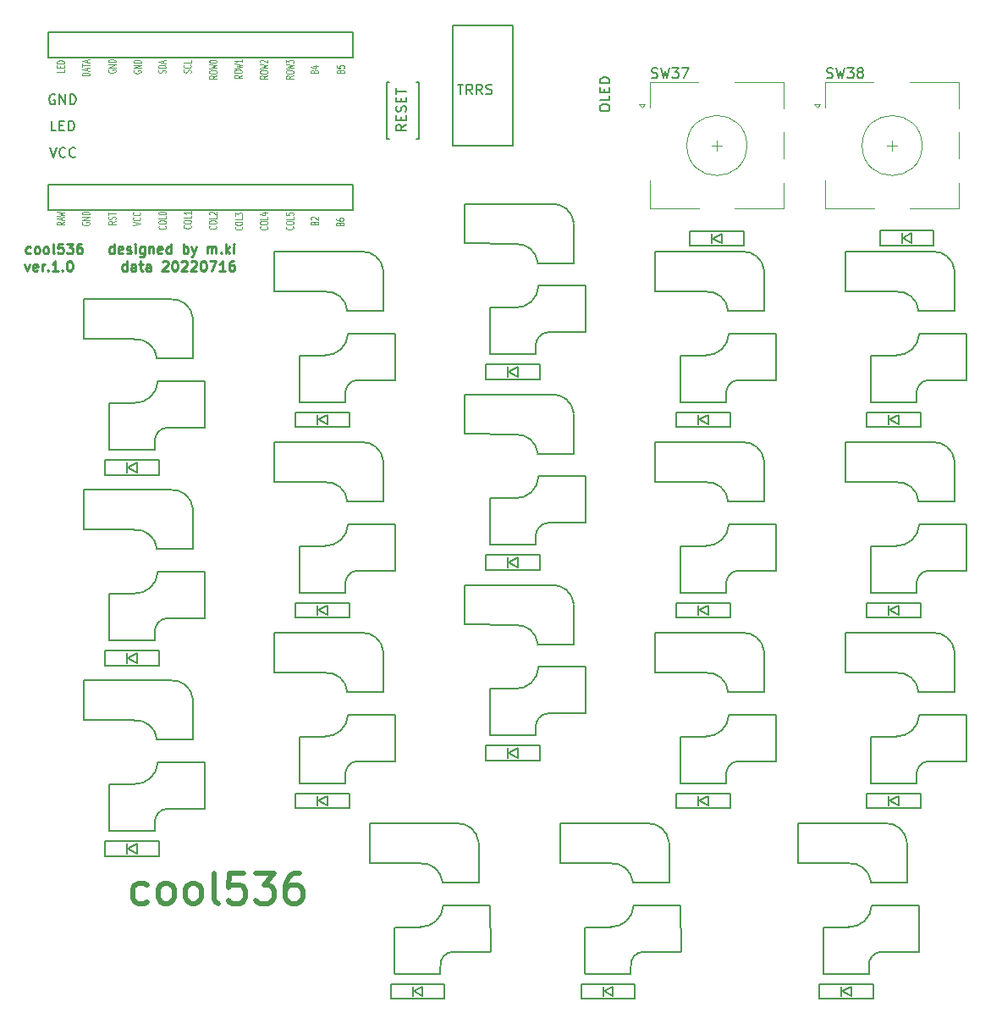
<source format=gto>
G04 #@! TF.GenerationSoftware,KiCad,Pcbnew,(5.1.6-0-10_14)*
G04 #@! TF.CreationDate,2022-07-16T23:36:19+09:00*
G04 #@! TF.ProjectId,cool536,636f6f6c-3533-4362-9e6b-696361645f70,rev?*
G04 #@! TF.SameCoordinates,Original*
G04 #@! TF.FileFunction,Legend,Top*
G04 #@! TF.FilePolarity,Positive*
%FSLAX46Y46*%
G04 Gerber Fmt 4.6, Leading zero omitted, Abs format (unit mm)*
G04 Created by KiCad (PCBNEW (5.1.6-0-10_14)) date 2022-07-16 23:36:19*
%MOMM*%
%LPD*%
G01*
G04 APERTURE LIST*
%ADD10C,0.250000*%
%ADD11C,0.500000*%
%ADD12C,0.120000*%
%ADD13C,0.150000*%
%ADD14C,0.125000*%
G04 APERTURE END LIST*
D10*
X-10152380Y1890238D02*
X-10247619Y1842619D01*
X-10438095Y1842619D01*
X-10533333Y1890238D01*
X-10580952Y1937857D01*
X-10628571Y2033095D01*
X-10628571Y2318809D01*
X-10580952Y2414047D01*
X-10533333Y2461666D01*
X-10438095Y2509285D01*
X-10247619Y2509285D01*
X-10152380Y2461666D01*
X-9580952Y1842619D02*
X-9676190Y1890238D01*
X-9723809Y1937857D01*
X-9771428Y2033095D01*
X-9771428Y2318809D01*
X-9723809Y2414047D01*
X-9676190Y2461666D01*
X-9580952Y2509285D01*
X-9438095Y2509285D01*
X-9342857Y2461666D01*
X-9295238Y2414047D01*
X-9247619Y2318809D01*
X-9247619Y2033095D01*
X-9295238Y1937857D01*
X-9342857Y1890238D01*
X-9438095Y1842619D01*
X-9580952Y1842619D01*
X-8676190Y1842619D02*
X-8771428Y1890238D01*
X-8819047Y1937857D01*
X-8866666Y2033095D01*
X-8866666Y2318809D01*
X-8819047Y2414047D01*
X-8771428Y2461666D01*
X-8676190Y2509285D01*
X-8533333Y2509285D01*
X-8438095Y2461666D01*
X-8390476Y2414047D01*
X-8342857Y2318809D01*
X-8342857Y2033095D01*
X-8390476Y1937857D01*
X-8438095Y1890238D01*
X-8533333Y1842619D01*
X-8676190Y1842619D01*
X-7771428Y1842619D02*
X-7866666Y1890238D01*
X-7914285Y1985476D01*
X-7914285Y2842619D01*
X-6914285Y2842619D02*
X-7390476Y2842619D01*
X-7438095Y2366428D01*
X-7390476Y2414047D01*
X-7295238Y2461666D01*
X-7057142Y2461666D01*
X-6961904Y2414047D01*
X-6914285Y2366428D01*
X-6866666Y2271190D01*
X-6866666Y2033095D01*
X-6914285Y1937857D01*
X-6961904Y1890238D01*
X-7057142Y1842619D01*
X-7295238Y1842619D01*
X-7390476Y1890238D01*
X-7438095Y1937857D01*
X-6533333Y2842619D02*
X-5914285Y2842619D01*
X-6247619Y2461666D01*
X-6104761Y2461666D01*
X-6009523Y2414047D01*
X-5961904Y2366428D01*
X-5914285Y2271190D01*
X-5914285Y2033095D01*
X-5961904Y1937857D01*
X-6009523Y1890238D01*
X-6104761Y1842619D01*
X-6390476Y1842619D01*
X-6485714Y1890238D01*
X-6533333Y1937857D01*
X-5057142Y2842619D02*
X-5247619Y2842619D01*
X-5342857Y2795000D01*
X-5390476Y2747380D01*
X-5485714Y2604523D01*
X-5533333Y2414047D01*
X-5533333Y2033095D01*
X-5485714Y1937857D01*
X-5438095Y1890238D01*
X-5342857Y1842619D01*
X-5152380Y1842619D01*
X-5057142Y1890238D01*
X-5009523Y1937857D01*
X-4961904Y2033095D01*
X-4961904Y2271190D01*
X-5009523Y2366428D01*
X-5057142Y2414047D01*
X-5152380Y2461666D01*
X-5342857Y2461666D01*
X-5438095Y2414047D01*
X-5485714Y2366428D01*
X-5533333Y2271190D01*
X-1819047Y1842619D02*
X-1819047Y2842619D01*
X-1819047Y1890238D02*
X-1914285Y1842619D01*
X-2104761Y1842619D01*
X-2200000Y1890238D01*
X-2247619Y1937857D01*
X-2295238Y2033095D01*
X-2295238Y2318809D01*
X-2247619Y2414047D01*
X-2200000Y2461666D01*
X-2104761Y2509285D01*
X-1914285Y2509285D01*
X-1819047Y2461666D01*
X-961904Y1890238D02*
X-1057142Y1842619D01*
X-1247619Y1842619D01*
X-1342857Y1890238D01*
X-1390476Y1985476D01*
X-1390476Y2366428D01*
X-1342857Y2461666D01*
X-1247619Y2509285D01*
X-1057142Y2509285D01*
X-961904Y2461666D01*
X-914285Y2366428D01*
X-914285Y2271190D01*
X-1390476Y2175952D01*
X-533333Y1890238D02*
X-438095Y1842619D01*
X-247619Y1842619D01*
X-152380Y1890238D01*
X-104761Y1985476D01*
X-104761Y2033095D01*
X-152380Y2128333D01*
X-247619Y2175952D01*
X-390476Y2175952D01*
X-485714Y2223571D01*
X-533333Y2318809D01*
X-533333Y2366428D01*
X-485714Y2461666D01*
X-390476Y2509285D01*
X-247619Y2509285D01*
X-152380Y2461666D01*
X323809Y1842619D02*
X323809Y2509285D01*
X323809Y2842619D02*
X276190Y2795000D01*
X323809Y2747380D01*
X371428Y2795000D01*
X323809Y2842619D01*
X323809Y2747380D01*
X1228571Y2509285D02*
X1228571Y1699761D01*
X1180952Y1604523D01*
X1133333Y1556904D01*
X1038095Y1509285D01*
X895238Y1509285D01*
X799999Y1556904D01*
X1228571Y1890238D02*
X1133333Y1842619D01*
X942857Y1842619D01*
X847619Y1890238D01*
X799999Y1937857D01*
X752380Y2033095D01*
X752380Y2318809D01*
X799999Y2414047D01*
X847619Y2461666D01*
X942857Y2509285D01*
X1133333Y2509285D01*
X1228571Y2461666D01*
X1704761Y2509285D02*
X1704761Y1842619D01*
X1704761Y2414047D02*
X1752380Y2461666D01*
X1847619Y2509285D01*
X1990476Y2509285D01*
X2085714Y2461666D01*
X2133333Y2366428D01*
X2133333Y1842619D01*
X2990476Y1890238D02*
X2895238Y1842619D01*
X2704761Y1842619D01*
X2609523Y1890238D01*
X2561904Y1985476D01*
X2561904Y2366428D01*
X2609523Y2461666D01*
X2704761Y2509285D01*
X2895238Y2509285D01*
X2990476Y2461666D01*
X3038095Y2366428D01*
X3038095Y2271190D01*
X2561904Y2175952D01*
X3895238Y1842619D02*
X3895238Y2842619D01*
X3895238Y1890238D02*
X3799999Y1842619D01*
X3609523Y1842619D01*
X3514285Y1890238D01*
X3466666Y1937857D01*
X3419047Y2033095D01*
X3419047Y2318809D01*
X3466666Y2414047D01*
X3514285Y2461666D01*
X3609523Y2509285D01*
X3799999Y2509285D01*
X3895238Y2461666D01*
X5133333Y1842619D02*
X5133333Y2842619D01*
X5133333Y2461666D02*
X5228571Y2509285D01*
X5419047Y2509285D01*
X5514285Y2461666D01*
X5561904Y2414047D01*
X5609523Y2318809D01*
X5609523Y2033095D01*
X5561904Y1937857D01*
X5514285Y1890238D01*
X5419047Y1842619D01*
X5228571Y1842619D01*
X5133333Y1890238D01*
X5942857Y2509285D02*
X6180952Y1842619D01*
X6419047Y2509285D02*
X6180952Y1842619D01*
X6085714Y1604523D01*
X6038095Y1556904D01*
X5942857Y1509285D01*
X7561904Y1842619D02*
X7561904Y2509285D01*
X7561904Y2414047D02*
X7609523Y2461666D01*
X7704761Y2509285D01*
X7847619Y2509285D01*
X7942857Y2461666D01*
X7990476Y2366428D01*
X7990476Y1842619D01*
X7990476Y2366428D02*
X8038095Y2461666D01*
X8133333Y2509285D01*
X8276190Y2509285D01*
X8371428Y2461666D01*
X8419047Y2366428D01*
X8419047Y1842619D01*
X8895238Y1937857D02*
X8942857Y1890238D01*
X8895238Y1842619D01*
X8847619Y1890238D01*
X8895238Y1937857D01*
X8895238Y1842619D01*
X9371428Y1842619D02*
X9371428Y2842619D01*
X9466666Y2223571D02*
X9752380Y1842619D01*
X9752380Y2509285D02*
X9371428Y2128333D01*
X10180952Y1842619D02*
X10180952Y2509285D01*
X10180952Y2842619D02*
X10133333Y2795000D01*
X10180952Y2747380D01*
X10228571Y2795000D01*
X10180952Y2842619D01*
X10180952Y2747380D01*
X-10723809Y759285D02*
X-10485714Y92619D01*
X-10247619Y759285D01*
X-9485714Y140238D02*
X-9580952Y92619D01*
X-9771428Y92619D01*
X-9866666Y140238D01*
X-9914285Y235476D01*
X-9914285Y616428D01*
X-9866666Y711666D01*
X-9771428Y759285D01*
X-9580952Y759285D01*
X-9485714Y711666D01*
X-9438095Y616428D01*
X-9438095Y521190D01*
X-9914285Y425952D01*
X-9009523Y92619D02*
X-9009523Y759285D01*
X-9009523Y568809D02*
X-8961904Y664047D01*
X-8914285Y711666D01*
X-8819047Y759285D01*
X-8723809Y759285D01*
X-8390476Y187857D02*
X-8342857Y140238D01*
X-8390476Y92619D01*
X-8438095Y140238D01*
X-8390476Y187857D01*
X-8390476Y92619D01*
X-7390476Y92619D02*
X-7961904Y92619D01*
X-7676190Y92619D02*
X-7676190Y1092619D01*
X-7771428Y949761D01*
X-7866666Y854523D01*
X-7961904Y806904D01*
X-6961904Y187857D02*
X-6914285Y140238D01*
X-6961904Y92619D01*
X-7009523Y140238D01*
X-6961904Y187857D01*
X-6961904Y92619D01*
X-6295238Y1092619D02*
X-6200000Y1092619D01*
X-6104761Y1045000D01*
X-6057142Y997380D01*
X-6009523Y902142D01*
X-5961904Y711666D01*
X-5961904Y473571D01*
X-6009523Y283095D01*
X-6057142Y187857D01*
X-6104761Y140238D01*
X-6200000Y92619D01*
X-6295238Y92619D01*
X-6390476Y140238D01*
X-6438095Y187857D01*
X-6485714Y283095D01*
X-6533333Y473571D01*
X-6533333Y711666D01*
X-6485714Y902142D01*
X-6438095Y997380D01*
X-6390476Y1045000D01*
X-6295238Y1092619D01*
X-533333Y92619D02*
X-533333Y1092619D01*
X-533333Y140238D02*
X-628571Y92619D01*
X-819047Y92619D01*
X-914285Y140238D01*
X-961904Y187857D01*
X-1009523Y283095D01*
X-1009523Y568809D01*
X-961904Y664047D01*
X-914285Y711666D01*
X-819047Y759285D01*
X-628571Y759285D01*
X-533333Y711666D01*
X371428Y92619D02*
X371428Y616428D01*
X323809Y711666D01*
X228571Y759285D01*
X38095Y759285D01*
X-57142Y711666D01*
X371428Y140238D02*
X276190Y92619D01*
X38095Y92619D01*
X-57142Y140238D01*
X-104761Y235476D01*
X-104761Y330714D01*
X-57142Y425952D01*
X38095Y473571D01*
X276190Y473571D01*
X371428Y521190D01*
X704761Y759285D02*
X1085714Y759285D01*
X847619Y1092619D02*
X847619Y235476D01*
X895238Y140238D01*
X990476Y92619D01*
X1085714Y92619D01*
X1847619Y92619D02*
X1847619Y616428D01*
X1799999Y711666D01*
X1704761Y759285D01*
X1514285Y759285D01*
X1419047Y711666D01*
X1847619Y140238D02*
X1752380Y92619D01*
X1514285Y92619D01*
X1419047Y140238D01*
X1371428Y235476D01*
X1371428Y330714D01*
X1419047Y425952D01*
X1514285Y473571D01*
X1752380Y473571D01*
X1847619Y521190D01*
X3038095Y997380D02*
X3085714Y1045000D01*
X3180952Y1092619D01*
X3419047Y1092619D01*
X3514285Y1045000D01*
X3561904Y997380D01*
X3609523Y902142D01*
X3609523Y806904D01*
X3561904Y664047D01*
X2990476Y92619D01*
X3609523Y92619D01*
X4228571Y1092619D02*
X4323809Y1092619D01*
X4419047Y1045000D01*
X4466666Y997380D01*
X4514285Y902142D01*
X4561904Y711666D01*
X4561904Y473571D01*
X4514285Y283095D01*
X4466666Y187857D01*
X4419047Y140238D01*
X4323809Y92619D01*
X4228571Y92619D01*
X4133333Y140238D01*
X4085714Y187857D01*
X4038095Y283095D01*
X3990476Y473571D01*
X3990476Y711666D01*
X4038095Y902142D01*
X4085714Y997380D01*
X4133333Y1045000D01*
X4228571Y1092619D01*
X4942857Y997380D02*
X4990476Y1045000D01*
X5085714Y1092619D01*
X5323809Y1092619D01*
X5419047Y1045000D01*
X5466666Y997380D01*
X5514285Y902142D01*
X5514285Y806904D01*
X5466666Y664047D01*
X4895238Y92619D01*
X5514285Y92619D01*
X5895238Y997380D02*
X5942857Y1045000D01*
X6038095Y1092619D01*
X6276190Y1092619D01*
X6371428Y1045000D01*
X6419047Y997380D01*
X6466666Y902142D01*
X6466666Y806904D01*
X6419047Y664047D01*
X5847619Y92619D01*
X6466666Y92619D01*
X7085714Y1092619D02*
X7180952Y1092619D01*
X7276190Y1045000D01*
X7323809Y997380D01*
X7371428Y902142D01*
X7419047Y711666D01*
X7419047Y473571D01*
X7371428Y283095D01*
X7323809Y187857D01*
X7276190Y140238D01*
X7180952Y92619D01*
X7085714Y92619D01*
X6990476Y140238D01*
X6942857Y187857D01*
X6895238Y283095D01*
X6847619Y473571D01*
X6847619Y711666D01*
X6895238Y902142D01*
X6942857Y997380D01*
X6990476Y1045000D01*
X7085714Y1092619D01*
X7752380Y1092619D02*
X8419047Y1092619D01*
X7990476Y92619D01*
X9323809Y92619D02*
X8752380Y92619D01*
X9038095Y92619D02*
X9038095Y1092619D01*
X8942857Y949761D01*
X8847619Y854523D01*
X8752380Y806904D01*
X10180952Y1092619D02*
X9990476Y1092619D01*
X9895238Y1045000D01*
X9847619Y997380D01*
X9752380Y854523D01*
X9704761Y664047D01*
X9704761Y283095D01*
X9752380Y187857D01*
X9799999Y140238D01*
X9895238Y92619D01*
X10085714Y92619D01*
X10180952Y140238D01*
X10228571Y187857D01*
X10276190Y283095D01*
X10276190Y521190D01*
X10228571Y616428D01*
X10180952Y664047D01*
X10085714Y711666D01*
X9895238Y711666D01*
X9799999Y664047D01*
X9752380Y616428D01*
X9704761Y521190D01*
D11*
X1488571Y-62984285D02*
X1202857Y-63127142D01*
X631428Y-63127142D01*
X345714Y-62984285D01*
X202857Y-62841428D01*
X60000Y-62555714D01*
X60000Y-61698571D01*
X202857Y-61412857D01*
X345714Y-61270000D01*
X631428Y-61127142D01*
X1202857Y-61127142D01*
X1488571Y-61270000D01*
X3202857Y-63127142D02*
X2917142Y-62984285D01*
X2774285Y-62841428D01*
X2631428Y-62555714D01*
X2631428Y-61698571D01*
X2774285Y-61412857D01*
X2917142Y-61270000D01*
X3202857Y-61127142D01*
X3631428Y-61127142D01*
X3917142Y-61270000D01*
X4060000Y-61412857D01*
X4202857Y-61698571D01*
X4202857Y-62555714D01*
X4060000Y-62841428D01*
X3917142Y-62984285D01*
X3631428Y-63127142D01*
X3202857Y-63127142D01*
X5917142Y-63127142D02*
X5631428Y-62984285D01*
X5488571Y-62841428D01*
X5345714Y-62555714D01*
X5345714Y-61698571D01*
X5488571Y-61412857D01*
X5631428Y-61270000D01*
X5917142Y-61127142D01*
X6345714Y-61127142D01*
X6631428Y-61270000D01*
X6774285Y-61412857D01*
X6917142Y-61698571D01*
X6917142Y-62555714D01*
X6774285Y-62841428D01*
X6631428Y-62984285D01*
X6345714Y-63127142D01*
X5917142Y-63127142D01*
X8631428Y-63127142D02*
X8345714Y-62984285D01*
X8202857Y-62698571D01*
X8202857Y-60127142D01*
X11202857Y-60127142D02*
X9774285Y-60127142D01*
X9631428Y-61555714D01*
X9774285Y-61412857D01*
X10060000Y-61270000D01*
X10774285Y-61270000D01*
X11060000Y-61412857D01*
X11202857Y-61555714D01*
X11345714Y-61841428D01*
X11345714Y-62555714D01*
X11202857Y-62841428D01*
X11060000Y-62984285D01*
X10774285Y-63127142D01*
X10060000Y-63127142D01*
X9774285Y-62984285D01*
X9631428Y-62841428D01*
X12345714Y-60127142D02*
X14202857Y-60127142D01*
X13202857Y-61270000D01*
X13631428Y-61270000D01*
X13917142Y-61412857D01*
X14060000Y-61555714D01*
X14202857Y-61841428D01*
X14202857Y-62555714D01*
X14060000Y-62841428D01*
X13917142Y-62984285D01*
X13631428Y-63127142D01*
X12774285Y-63127142D01*
X12488571Y-62984285D01*
X12345714Y-62841428D01*
X16774285Y-60127142D02*
X16202857Y-60127142D01*
X15917142Y-60270000D01*
X15774285Y-60412857D01*
X15488571Y-60841428D01*
X15345714Y-61412857D01*
X15345714Y-62555714D01*
X15488571Y-62841428D01*
X15631428Y-62984285D01*
X15917142Y-63127142D01*
X16488571Y-63127142D01*
X16774285Y-62984285D01*
X16917142Y-62841428D01*
X17059999Y-62555714D01*
X17059999Y-61841428D01*
X16917142Y-61555714D01*
X16774285Y-61412857D01*
X16488571Y-61270000D01*
X15917142Y-61270000D01*
X15631428Y-61412857D01*
X15488571Y-61555714D01*
X15345714Y-61841428D01*
D12*
X75540000Y12640000D02*
X76540000Y12640000D01*
X76040000Y13140000D02*
X76040000Y12140000D01*
X82740000Y8940000D02*
X82740000Y6340000D01*
X82740000Y13940000D02*
X82740000Y11340000D01*
X82740000Y18940000D02*
X82740000Y16340000D01*
X68840000Y16740000D02*
X68540000Y16440000D01*
X68240000Y16740000D02*
X68840000Y16740000D01*
X68540000Y16440000D02*
X68240000Y16740000D01*
X69340000Y18940000D02*
X69340000Y16440000D01*
X74140000Y18940000D02*
X69340000Y18940000D01*
X69340000Y6340000D02*
X69340000Y9140000D01*
X74240000Y6340000D02*
X69340000Y6340000D01*
X82740000Y6340000D02*
X77840000Y6340000D01*
X77840000Y18940000D02*
X82740000Y18940000D01*
X79040000Y12640000D02*
G75*
G03*
X79040000Y12640000I-3000000J0D01*
G01*
X58010000Y12640000D02*
X59010000Y12640000D01*
X58510000Y13140000D02*
X58510000Y12140000D01*
X65210000Y8940000D02*
X65210000Y6340000D01*
X65210000Y13940000D02*
X65210000Y11340000D01*
X65210000Y18940000D02*
X65210000Y16340000D01*
X51310000Y16740000D02*
X51010000Y16440000D01*
X50710000Y16740000D02*
X51310000Y16740000D01*
X51010000Y16440000D02*
X50710000Y16740000D01*
X51810000Y18940000D02*
X51810000Y16440000D01*
X56610000Y18940000D02*
X51810000Y18940000D01*
X51810000Y6340000D02*
X51810000Y9140000D01*
X56710000Y6340000D02*
X51810000Y6340000D01*
X65210000Y6340000D02*
X60310000Y6340000D01*
X60310000Y18940000D02*
X65210000Y18940000D01*
X61510000Y12640000D02*
G75*
G03*
X61510000Y12640000I-3000000J0D01*
G01*
D13*
X28690000Y13290000D02*
X28690000Y18990000D01*
X28690000Y18990000D02*
X28440000Y18990000D01*
X28690000Y13290000D02*
X28440000Y13290000D01*
X25490000Y13290000D02*
X25740000Y13290000D01*
X25490000Y13290000D02*
X25490000Y18990000D01*
X25490000Y18990000D02*
X25740000Y18990000D01*
X56750000Y-33812500D02*
X57650000Y-34312500D01*
X57650000Y-34312500D02*
X57650000Y-33312500D01*
X57650000Y-33312500D02*
X56750000Y-33812500D01*
X56650000Y-34312500D02*
X56650000Y-33312500D01*
X59850000Y-34562500D02*
X54450000Y-34562500D01*
X54450000Y-34562500D02*
X54450000Y-33062500D01*
X54450000Y-33062500D02*
X59850000Y-33062500D01*
X59850000Y-33062500D02*
X59850000Y-34562500D01*
X75800000Y-33812500D02*
X76700000Y-34312500D01*
X76700000Y-34312500D02*
X76700000Y-33312500D01*
X76700000Y-33312500D02*
X75800000Y-33812500D01*
X75700000Y-34312500D02*
X75700000Y-33312500D01*
X78900000Y-34562500D02*
X73500000Y-34562500D01*
X73500000Y-34562500D02*
X73500000Y-33062500D01*
X73500000Y-33062500D02*
X78900000Y-33062500D01*
X78900000Y-33062500D02*
X78900000Y-34562500D01*
X47225000Y-71912500D02*
X48125000Y-72412500D01*
X48125000Y-72412500D02*
X48125000Y-71412500D01*
X48125000Y-71412500D02*
X47225000Y-71912500D01*
X47125000Y-72412500D02*
X47125000Y-71412500D01*
X50325000Y-72662500D02*
X44925000Y-72662500D01*
X44925000Y-72662500D02*
X44925000Y-71162500D01*
X44925000Y-71162500D02*
X50325000Y-71162500D01*
X50325000Y-71162500D02*
X50325000Y-72662500D01*
X71038000Y-71912500D02*
X71938000Y-72412500D01*
X71938000Y-72412500D02*
X71938000Y-71412500D01*
X71938000Y-71412500D02*
X71038000Y-71912500D01*
X70938000Y-72412500D02*
X70938000Y-71412500D01*
X74138000Y-72662500D02*
X68738000Y-72662500D01*
X68738000Y-72662500D02*
X68738000Y-71162500D01*
X68738000Y-71162500D02*
X74138000Y-71162500D01*
X74138000Y-71162500D02*
X74138000Y-72662500D01*
X58070000Y3350000D02*
X58970000Y3850000D01*
X58970000Y3850000D02*
X58970000Y2850000D01*
X58970000Y2850000D02*
X58070000Y3350000D01*
X57970000Y3850000D02*
X57970000Y2850000D01*
X61170000Y4100000D02*
X55770000Y4100000D01*
X55770000Y4100000D02*
X55770000Y2600000D01*
X55770000Y2600000D02*
X61170000Y2600000D01*
X61170000Y2600000D02*
X61170000Y4100000D01*
X77110000Y3370000D02*
X78010000Y3870000D01*
X78010000Y3870000D02*
X78010000Y2870000D01*
X78010000Y2870000D02*
X77110000Y3370000D01*
X77010000Y3870000D02*
X77010000Y2870000D01*
X80210000Y4120000D02*
X74810000Y4120000D01*
X74810000Y4120000D02*
X74810000Y2620000D01*
X74810000Y2620000D02*
X80210000Y2620000D01*
X80210000Y2620000D02*
X80210000Y4120000D01*
X-400000Y-57625000D02*
X500000Y-58125000D01*
X500000Y-58125000D02*
X500000Y-57125000D01*
X500000Y-57125000D02*
X-400000Y-57625000D01*
X-500000Y-58125000D02*
X-500000Y-57125000D01*
X2700000Y-58375000D02*
X-2700000Y-58375000D01*
X-2700000Y-58375000D02*
X-2700000Y-56875000D01*
X-2700000Y-56875000D02*
X2700000Y-56875000D01*
X2700000Y-56875000D02*
X2700000Y-58375000D01*
X37700000Y-10000000D02*
X38600000Y-10500000D01*
X38600000Y-10500000D02*
X38600000Y-9500000D01*
X38600000Y-9500000D02*
X37700000Y-10000000D01*
X37600000Y-10500000D02*
X37600000Y-9500000D01*
X40800000Y-10750000D02*
X35400000Y-10750000D01*
X35400000Y-10750000D02*
X35400000Y-9250000D01*
X35400000Y-9250000D02*
X40800000Y-9250000D01*
X40800000Y-9250000D02*
X40800000Y-10750000D01*
X56750000Y-14762499D02*
X57650000Y-15262499D01*
X57650000Y-15262499D02*
X57650000Y-14262499D01*
X57650000Y-14262499D02*
X56750000Y-14762499D01*
X56650000Y-15262499D02*
X56650000Y-14262499D01*
X59850000Y-15512499D02*
X54450000Y-15512499D01*
X54450000Y-15512499D02*
X54450000Y-14012499D01*
X54450000Y-14012499D02*
X59850000Y-14012499D01*
X59850000Y-14012499D02*
X59850000Y-15512499D01*
X-400000Y-38575000D02*
X500000Y-39075000D01*
X500000Y-39075000D02*
X500000Y-38075000D01*
X500000Y-38075000D02*
X-400000Y-38575000D01*
X-500000Y-39075000D02*
X-500000Y-38075000D01*
X2700000Y-39325000D02*
X-2700000Y-39325000D01*
X-2700000Y-39325000D02*
X-2700000Y-37825000D01*
X-2700000Y-37825000D02*
X2700000Y-37825000D01*
X2700000Y-37825000D02*
X2700000Y-39325000D01*
X75800000Y-14762499D02*
X76700000Y-15262499D01*
X76700000Y-15262499D02*
X76700000Y-14262499D01*
X76700000Y-14262499D02*
X75800000Y-14762499D01*
X75700000Y-15262499D02*
X75700000Y-14262499D01*
X78900000Y-15512499D02*
X73500000Y-15512499D01*
X73500000Y-15512499D02*
X73500000Y-14012499D01*
X73500000Y-14012499D02*
X78900000Y-14012499D01*
X78900000Y-14012499D02*
X78900000Y-15512499D01*
X37700000Y-29050000D02*
X38600000Y-29550000D01*
X38600000Y-29550000D02*
X38600000Y-28550000D01*
X38600000Y-28550000D02*
X37700000Y-29050000D01*
X37600000Y-29550000D02*
X37600000Y-28550000D01*
X40800000Y-29800000D02*
X35400000Y-29800000D01*
X35400000Y-29800000D02*
X35400000Y-28300000D01*
X35400000Y-28300000D02*
X40800000Y-28300000D01*
X40800000Y-28300000D02*
X40800000Y-29800000D01*
X18650000Y-33812500D02*
X19550000Y-34312500D01*
X19550000Y-34312500D02*
X19550000Y-33312500D01*
X19550000Y-33312500D02*
X18650000Y-33812500D01*
X18550000Y-34312500D02*
X18550000Y-33312500D01*
X21750000Y-34562500D02*
X16350000Y-34562500D01*
X16350000Y-34562500D02*
X16350000Y-33062500D01*
X16350000Y-33062500D02*
X21750000Y-33062500D01*
X21750000Y-33062500D02*
X21750000Y-34562500D01*
X18650000Y-52862500D02*
X19550000Y-53362500D01*
X19550000Y-53362500D02*
X19550000Y-52362500D01*
X19550000Y-52362500D02*
X18650000Y-52862500D01*
X18550000Y-53362500D02*
X18550000Y-52362500D01*
X21750000Y-53612500D02*
X16350000Y-53612500D01*
X16350000Y-53612500D02*
X16350000Y-52112500D01*
X16350000Y-52112500D02*
X21750000Y-52112500D01*
X21750000Y-52112500D02*
X21750000Y-53612500D01*
X37700000Y-48100000D02*
X38600000Y-48600000D01*
X38600000Y-48600000D02*
X38600000Y-47600000D01*
X38600000Y-47600000D02*
X37700000Y-48100000D01*
X37600000Y-48600000D02*
X37600000Y-47600000D01*
X40800000Y-48850000D02*
X35400000Y-48850000D01*
X35400000Y-48850000D02*
X35400000Y-47350000D01*
X35400000Y-47350000D02*
X40800000Y-47350000D01*
X40800000Y-47350000D02*
X40800000Y-48850000D01*
X56750000Y-52862500D02*
X57650000Y-53362500D01*
X57650000Y-53362500D02*
X57650000Y-52362500D01*
X57650000Y-52362500D02*
X56750000Y-52862500D01*
X56650000Y-53362500D02*
X56650000Y-52362500D01*
X59850000Y-53612500D02*
X54450000Y-53612500D01*
X54450000Y-53612500D02*
X54450000Y-52112500D01*
X54450000Y-52112500D02*
X59850000Y-52112500D01*
X59850000Y-52112500D02*
X59850000Y-53612500D01*
X75800000Y-52862500D02*
X76700000Y-53362500D01*
X76700000Y-53362500D02*
X76700000Y-52362500D01*
X76700000Y-52362500D02*
X75800000Y-52862500D01*
X75700000Y-53362500D02*
X75700000Y-52362500D01*
X78900000Y-53612500D02*
X73500000Y-53612500D01*
X73500000Y-53612500D02*
X73500000Y-52112500D01*
X73500000Y-52112500D02*
X78900000Y-52112500D01*
X78900000Y-52112500D02*
X78900000Y-53612500D01*
X28175000Y-71912500D02*
X29075000Y-72412500D01*
X29075000Y-72412500D02*
X29075000Y-71412500D01*
X29075000Y-71412500D02*
X28175000Y-71912500D01*
X28075000Y-72412500D02*
X28075000Y-71412500D01*
X31275000Y-72662500D02*
X25875000Y-72662500D01*
X25875000Y-72662500D02*
X25875000Y-71162500D01*
X25875000Y-71162500D02*
X31275000Y-71162500D01*
X31275000Y-71162500D02*
X31275000Y-72662500D01*
X22082000Y21446400D02*
X-8398000Y21446400D01*
X22082000Y23986400D02*
X22082000Y21446400D01*
X-8398000Y23986400D02*
X22082000Y23986400D01*
X-8398000Y21446400D02*
X-8398000Y23986400D01*
X22082000Y6226400D02*
X-8398000Y6226400D01*
X22082000Y8766400D02*
X22082000Y6226400D01*
X-8398000Y8766400D02*
X22082000Y8766400D01*
X-8398000Y6226400D02*
X-8398000Y8766400D01*
X-400000Y-19525000D02*
X500000Y-20025000D01*
X500000Y-20025000D02*
X500000Y-19025000D01*
X500000Y-19025000D02*
X-400000Y-19525000D01*
X-500000Y-20025000D02*
X-500000Y-19025000D01*
X2700000Y-20275000D02*
X-2700000Y-20275000D01*
X-2700000Y-20275000D02*
X-2700000Y-18775000D01*
X-2700000Y-18775000D02*
X2700000Y-18775000D01*
X2700000Y-18775000D02*
X2700000Y-20275000D01*
X77538000Y-61016500D02*
X73928000Y-61016500D01*
X77538000Y-57062500D02*
X77538000Y-61007500D01*
X66638000Y-55108500D02*
X75263000Y-55108500D01*
X66638000Y-59016500D02*
X66638000Y-55108500D01*
X66638000Y-59062500D02*
X71688000Y-59108500D01*
X69163000Y-70137500D02*
X73713000Y-70137500D01*
X69163000Y-65487500D02*
X71713000Y-65487500D01*
X74013000Y-63287500D02*
X78713000Y-63287500D01*
X74938000Y-67937500D02*
X78713000Y-67937500D01*
X69138000Y-65512500D02*
X69138000Y-70112500D01*
X78713000Y-63312500D02*
X78738000Y-67912500D01*
X73718000Y-69412500D02*
X73718000Y-70112500D01*
X73718000Y-69362500D02*
G75*
G02*
X74938000Y-67942500I1320000J100000D01*
G01*
X74008000Y-63312500D02*
G75*
G02*
X71638000Y-65482500I-2270000J100000D01*
G01*
X73923000Y-60992500D02*
G75*
G03*
X71663000Y-59112500I-2070000J-190000D01*
G01*
X77527000Y-56992500D02*
G75*
G03*
X75263000Y-55108500I-2074000J-190000D01*
G01*
X25139000Y157501D02*
G75*
G03*
X22875000Y2041501I-2074000J-190000D01*
G01*
X21535000Y-3842499D02*
G75*
G03*
X19275000Y-1962499I-2070000J-190000D01*
G01*
X21620000Y-6162499D02*
G75*
G02*
X19250000Y-8332499I-2270000J100000D01*
G01*
X21330000Y-12212499D02*
G75*
G02*
X22550000Y-10792499I1320000J100000D01*
G01*
X21330000Y-12262499D02*
X21330000Y-12962499D01*
X26325000Y-6162499D02*
X26350000Y-10762499D01*
X16750000Y-8362499D02*
X16750000Y-12962499D01*
X22550000Y-10787499D02*
X26325000Y-10787499D01*
X21625000Y-6137499D02*
X26325000Y-6137499D01*
X16775000Y-8337499D02*
X19325000Y-8337499D01*
X16775000Y-12987499D02*
X21325000Y-12987499D01*
X14250000Y-1912499D02*
X19300000Y-1958499D01*
X14250000Y-1866499D02*
X14250000Y2041501D01*
X14250000Y2041501D02*
X22875000Y2041501D01*
X25150000Y87501D02*
X25150000Y-3857499D01*
X25150000Y-3866499D02*
X21540000Y-3866499D01*
X44189000Y4920000D02*
G75*
G03*
X41925000Y6804000I-2074000J-190000D01*
G01*
X40585000Y920000D02*
G75*
G03*
X38325000Y2800000I-2070000J-190000D01*
G01*
X40670000Y-1400000D02*
G75*
G02*
X38300000Y-3570000I-2270000J100000D01*
G01*
X40380000Y-7450000D02*
G75*
G02*
X41600000Y-6030000I1320000J100000D01*
G01*
X40380000Y-7500000D02*
X40380000Y-8200000D01*
X45375000Y-1400000D02*
X45400000Y-6000000D01*
X35800000Y-3600000D02*
X35800000Y-8200000D01*
X41600000Y-6025000D02*
X45375000Y-6025000D01*
X40675000Y-1375000D02*
X45375000Y-1375000D01*
X35825000Y-3575000D02*
X38375000Y-3575000D01*
X35825000Y-8225000D02*
X40375000Y-8225000D01*
X33300000Y2850000D02*
X38350000Y2804000D01*
X33300000Y2896000D02*
X33300000Y6804000D01*
X33300000Y6804000D02*
X41925000Y6804000D01*
X44200000Y4850000D02*
X44200000Y905000D01*
X44200000Y896000D02*
X40590000Y896000D01*
X63239000Y157501D02*
G75*
G03*
X60975000Y2041501I-2074000J-190000D01*
G01*
X59635000Y-3842499D02*
G75*
G03*
X57375000Y-1962499I-2070000J-190000D01*
G01*
X59720000Y-6162499D02*
G75*
G02*
X57350000Y-8332499I-2270000J100000D01*
G01*
X59430000Y-12212499D02*
G75*
G02*
X60650000Y-10792499I1320000J100000D01*
G01*
X59430000Y-12262499D02*
X59430000Y-12962499D01*
X64425000Y-6162499D02*
X64450000Y-10762499D01*
X54850000Y-8362499D02*
X54850000Y-12962499D01*
X60650000Y-10787499D02*
X64425000Y-10787499D01*
X59725000Y-6137499D02*
X64425000Y-6137499D01*
X54875000Y-8337499D02*
X57425000Y-8337499D01*
X54875000Y-12987499D02*
X59425000Y-12987499D01*
X52350000Y-1912499D02*
X57400000Y-1958499D01*
X52350000Y-1866499D02*
X52350000Y2041501D01*
X52350000Y2041501D02*
X60975000Y2041501D01*
X63250000Y87501D02*
X63250000Y-3857499D01*
X63250000Y-3866499D02*
X59640000Y-3866499D01*
X6089000Y-4605000D02*
G75*
G03*
X3825000Y-2721000I-2074000J-190000D01*
G01*
X2485000Y-8605000D02*
G75*
G03*
X225000Y-6725000I-2070000J-190000D01*
G01*
X2570000Y-10925000D02*
G75*
G02*
X200000Y-13095000I-2270000J100000D01*
G01*
X2280000Y-16975000D02*
G75*
G02*
X3500000Y-15555000I1320000J100000D01*
G01*
X2280000Y-17025000D02*
X2280000Y-17725000D01*
X7275000Y-10925000D02*
X7300000Y-15525000D01*
X-2300000Y-13125000D02*
X-2300000Y-17725000D01*
X3500000Y-15550000D02*
X7275000Y-15550000D01*
X2575000Y-10900000D02*
X7275000Y-10900000D01*
X-2275000Y-13100000D02*
X275000Y-13100000D01*
X-2275000Y-17750000D02*
X2275000Y-17750000D01*
X-4800000Y-6675000D02*
X250000Y-6721000D01*
X-4800000Y-6629000D02*
X-4800000Y-2721000D01*
X-4800000Y-2721000D02*
X3825000Y-2721000D01*
X6100000Y-4675000D02*
X6100000Y-8620000D01*
X6100000Y-8629000D02*
X2490000Y-8629000D01*
X32080000Y24660000D02*
X38080000Y24660000D01*
X38080000Y24660000D02*
X38080000Y12660000D01*
X38080000Y12660000D02*
X32080000Y12660000D01*
X32080000Y12660000D02*
X32080000Y24660000D01*
X53714000Y-56992500D02*
G75*
G03*
X51450000Y-55108500I-2074000J-190000D01*
G01*
X50110000Y-60992500D02*
G75*
G03*
X47850000Y-59112500I-2070000J-190000D01*
G01*
X50195000Y-63312500D02*
G75*
G02*
X47825000Y-65482500I-2270000J100000D01*
G01*
X49905000Y-69362500D02*
G75*
G02*
X51125000Y-67942500I1320000J100000D01*
G01*
X49905000Y-69412500D02*
X49905000Y-70112500D01*
X54900000Y-63312500D02*
X54925000Y-67912500D01*
X45325000Y-65512500D02*
X45325000Y-70112500D01*
X51125000Y-67937500D02*
X54900000Y-67937500D01*
X50200000Y-63287500D02*
X54900000Y-63287500D01*
X45350000Y-65487500D02*
X47900000Y-65487500D01*
X45350000Y-70137500D02*
X49900000Y-70137500D01*
X42825000Y-59062500D02*
X47875000Y-59108500D01*
X42825000Y-59016500D02*
X42825000Y-55108500D01*
X42825000Y-55108500D02*
X51450000Y-55108500D01*
X53725000Y-57062500D02*
X53725000Y-61007500D01*
X53725000Y-61016500D02*
X50115000Y-61016500D01*
X34664000Y-56992500D02*
G75*
G03*
X32400000Y-55108500I-2074000J-190000D01*
G01*
X31060000Y-60992500D02*
G75*
G03*
X28800000Y-59112500I-2070000J-190000D01*
G01*
X31145000Y-63312500D02*
G75*
G02*
X28775000Y-65482500I-2270000J100000D01*
G01*
X30855000Y-69362500D02*
G75*
G02*
X32075000Y-67942500I1320000J100000D01*
G01*
X30855000Y-69412500D02*
X30855000Y-70112500D01*
X35850000Y-63312500D02*
X35875000Y-67912500D01*
X26275000Y-65512500D02*
X26275000Y-70112500D01*
X32075000Y-67937500D02*
X35850000Y-67937500D01*
X31150000Y-63287500D02*
X35850000Y-63287500D01*
X26300000Y-65487500D02*
X28850000Y-65487500D01*
X26300000Y-70137500D02*
X30850000Y-70137500D01*
X23775000Y-59062500D02*
X28825000Y-59108500D01*
X23775000Y-59016500D02*
X23775000Y-55108500D01*
X23775000Y-55108500D02*
X32400000Y-55108500D01*
X34675000Y-57062500D02*
X34675000Y-61007500D01*
X34675000Y-61016500D02*
X31065000Y-61016500D01*
X82300000Y-41966500D02*
X78690000Y-41966500D01*
X82300000Y-38012500D02*
X82300000Y-41957500D01*
X71400000Y-36058500D02*
X80025000Y-36058500D01*
X71400000Y-39966500D02*
X71400000Y-36058500D01*
X71400000Y-40012500D02*
X76450000Y-40058500D01*
X73925000Y-51087500D02*
X78475000Y-51087500D01*
X73925000Y-46437500D02*
X76475000Y-46437500D01*
X78775000Y-44237500D02*
X83475000Y-44237500D01*
X79700000Y-48887500D02*
X83475000Y-48887500D01*
X73900000Y-46462500D02*
X73900000Y-51062500D01*
X83475000Y-44262500D02*
X83500000Y-48862500D01*
X78480000Y-50362500D02*
X78480000Y-51062500D01*
X78480000Y-50312500D02*
G75*
G02*
X79700000Y-48892500I1320000J100000D01*
G01*
X78770000Y-44262500D02*
G75*
G02*
X76400000Y-46432500I-2270000J100000D01*
G01*
X78685000Y-41942500D02*
G75*
G03*
X76425000Y-40062500I-2070000J-190000D01*
G01*
X82289000Y-37942500D02*
G75*
G03*
X80025000Y-36058500I-2074000J-190000D01*
G01*
X82300000Y-3866499D02*
X78690000Y-3866499D01*
X82300000Y87501D02*
X82300000Y-3857499D01*
X71400000Y2041501D02*
X80025000Y2041501D01*
X71400000Y-1866499D02*
X71400000Y2041501D01*
X71400000Y-1912499D02*
X76450000Y-1958499D01*
X73925000Y-12987499D02*
X78475000Y-12987499D01*
X73925000Y-8337499D02*
X76475000Y-8337499D01*
X78775000Y-6137499D02*
X83475000Y-6137499D01*
X79700000Y-10787499D02*
X83475000Y-10787499D01*
X73900000Y-8362499D02*
X73900000Y-12962499D01*
X83475000Y-6162499D02*
X83500000Y-10762499D01*
X78480000Y-12262499D02*
X78480000Y-12962499D01*
X78480000Y-12212499D02*
G75*
G02*
X79700000Y-10792499I1320000J100000D01*
G01*
X78770000Y-6162499D02*
G75*
G02*
X76400000Y-8332499I-2270000J100000D01*
G01*
X78685000Y-3842499D02*
G75*
G03*
X76425000Y-1962499I-2070000J-190000D01*
G01*
X82289000Y157501D02*
G75*
G03*
X80025000Y2041501I-2074000J-190000D01*
G01*
X25139000Y-37942500D02*
G75*
G03*
X22875000Y-36058500I-2074000J-190000D01*
G01*
X21535000Y-41942500D02*
G75*
G03*
X19275000Y-40062500I-2070000J-190000D01*
G01*
X21620000Y-44262500D02*
G75*
G02*
X19250000Y-46432500I-2270000J100000D01*
G01*
X21330000Y-50312500D02*
G75*
G02*
X22550000Y-48892500I1320000J100000D01*
G01*
X21330000Y-50362500D02*
X21330000Y-51062500D01*
X26325000Y-44262500D02*
X26350000Y-48862500D01*
X16750000Y-46462500D02*
X16750000Y-51062500D01*
X22550000Y-48887500D02*
X26325000Y-48887500D01*
X21625000Y-44237500D02*
X26325000Y-44237500D01*
X16775000Y-46437500D02*
X19325000Y-46437500D01*
X16775000Y-51087500D02*
X21325000Y-51087500D01*
X14250000Y-40012500D02*
X19300000Y-40058500D01*
X14250000Y-39966500D02*
X14250000Y-36058500D01*
X14250000Y-36058500D02*
X22875000Y-36058500D01*
X25150000Y-38012500D02*
X25150000Y-41957500D01*
X25150000Y-41966500D02*
X21540000Y-41966500D01*
X44200000Y-37204000D02*
X40590000Y-37204000D01*
X44200000Y-33250000D02*
X44200000Y-37195000D01*
X33300000Y-31296000D02*
X41925000Y-31296000D01*
X33300000Y-35204000D02*
X33300000Y-31296000D01*
X33300000Y-35250000D02*
X38350000Y-35296000D01*
X35825000Y-46325000D02*
X40375000Y-46325000D01*
X35825000Y-41675000D02*
X38375000Y-41675000D01*
X40675000Y-39475000D02*
X45375000Y-39475000D01*
X41600000Y-44125000D02*
X45375000Y-44125000D01*
X35800000Y-41700000D02*
X35800000Y-46300000D01*
X45375000Y-39500000D02*
X45400000Y-44100000D01*
X40380000Y-45600000D02*
X40380000Y-46300000D01*
X40380000Y-45550000D02*
G75*
G02*
X41600000Y-44130000I1320000J100000D01*
G01*
X40670000Y-39500000D02*
G75*
G02*
X38300000Y-41670000I-2270000J100000D01*
G01*
X40585000Y-37180000D02*
G75*
G03*
X38325000Y-35300000I-2070000J-190000D01*
G01*
X44189000Y-33180000D02*
G75*
G03*
X41925000Y-31296000I-2074000J-190000D01*
G01*
X63250000Y-41966500D02*
X59640000Y-41966500D01*
X63250000Y-38012500D02*
X63250000Y-41957500D01*
X52350000Y-36058500D02*
X60975000Y-36058500D01*
X52350000Y-39966500D02*
X52350000Y-36058500D01*
X52350000Y-40012500D02*
X57400000Y-40058500D01*
X54875000Y-51087500D02*
X59425000Y-51087500D01*
X54875000Y-46437500D02*
X57425000Y-46437500D01*
X59725000Y-44237500D02*
X64425000Y-44237500D01*
X60650000Y-48887500D02*
X64425000Y-48887500D01*
X54850000Y-46462500D02*
X54850000Y-51062500D01*
X64425000Y-44262500D02*
X64450000Y-48862500D01*
X59430000Y-50362500D02*
X59430000Y-51062500D01*
X59430000Y-50312500D02*
G75*
G02*
X60650000Y-48892500I1320000J100000D01*
G01*
X59720000Y-44262500D02*
G75*
G02*
X57350000Y-46432500I-2270000J100000D01*
G01*
X59635000Y-41942500D02*
G75*
G03*
X57375000Y-40062500I-2070000J-190000D01*
G01*
X63239000Y-37942500D02*
G75*
G03*
X60975000Y-36058500I-2074000J-190000D01*
G01*
X82300000Y-22916500D02*
X78690000Y-22916500D01*
X82300000Y-18962500D02*
X82300000Y-22907500D01*
X71400000Y-17008500D02*
X80025000Y-17008500D01*
X71400000Y-20916500D02*
X71400000Y-17008500D01*
X71400000Y-20962500D02*
X76450000Y-21008500D01*
X73925000Y-32037500D02*
X78475000Y-32037500D01*
X73925000Y-27387500D02*
X76475000Y-27387500D01*
X78775000Y-25187500D02*
X83475000Y-25187500D01*
X79700000Y-29837500D02*
X83475000Y-29837500D01*
X73900000Y-27412500D02*
X73900000Y-32012500D01*
X83475000Y-25212500D02*
X83500000Y-29812500D01*
X78480000Y-31312500D02*
X78480000Y-32012500D01*
X78480000Y-31262500D02*
G75*
G02*
X79700000Y-29842500I1320000J100000D01*
G01*
X78770000Y-25212500D02*
G75*
G02*
X76400000Y-27382500I-2270000J100000D01*
G01*
X78685000Y-22892500D02*
G75*
G03*
X76425000Y-21012500I-2070000J-190000D01*
G01*
X82289000Y-18892500D02*
G75*
G03*
X80025000Y-17008500I-2074000J-190000D01*
G01*
X6100000Y-46729000D02*
X2490000Y-46729000D01*
X6100000Y-42775000D02*
X6100000Y-46720000D01*
X-4800000Y-40821000D02*
X3825000Y-40821000D01*
X-4800000Y-44729000D02*
X-4800000Y-40821000D01*
X-4800000Y-44775000D02*
X250000Y-44821000D01*
X-2275000Y-55850000D02*
X2275000Y-55850000D01*
X-2275000Y-51200000D02*
X275000Y-51200000D01*
X2575000Y-49000000D02*
X7275000Y-49000000D01*
X3500000Y-53650000D02*
X7275000Y-53650000D01*
X-2300000Y-51225000D02*
X-2300000Y-55825000D01*
X7275000Y-49025000D02*
X7300000Y-53625000D01*
X2280000Y-55125000D02*
X2280000Y-55825000D01*
X2280000Y-55075000D02*
G75*
G02*
X3500000Y-53655000I1320000J100000D01*
G01*
X2570000Y-49025000D02*
G75*
G02*
X200000Y-51195000I-2270000J100000D01*
G01*
X2485000Y-46705000D02*
G75*
G03*
X225000Y-44825000I-2070000J-190000D01*
G01*
X6089000Y-42705000D02*
G75*
G03*
X3825000Y-40821000I-2074000J-190000D01*
G01*
X63250000Y-22916500D02*
X59640000Y-22916500D01*
X63250000Y-18962500D02*
X63250000Y-22907500D01*
X52350000Y-17008500D02*
X60975000Y-17008500D01*
X52350000Y-20916500D02*
X52350000Y-17008500D01*
X52350000Y-20962500D02*
X57400000Y-21008500D01*
X54875000Y-32037500D02*
X59425000Y-32037500D01*
X54875000Y-27387500D02*
X57425000Y-27387500D01*
X59725000Y-25187500D02*
X64425000Y-25187500D01*
X60650000Y-29837500D02*
X64425000Y-29837500D01*
X54850000Y-27412500D02*
X54850000Y-32012500D01*
X64425000Y-25212500D02*
X64450000Y-29812500D01*
X59430000Y-31312500D02*
X59430000Y-32012500D01*
X59430000Y-31262500D02*
G75*
G02*
X60650000Y-29842500I1320000J100000D01*
G01*
X59720000Y-25212500D02*
G75*
G02*
X57350000Y-27382500I-2270000J100000D01*
G01*
X59635000Y-22892500D02*
G75*
G03*
X57375000Y-21012500I-2070000J-190000D01*
G01*
X63239000Y-18892500D02*
G75*
G03*
X60975000Y-17008500I-2074000J-190000D01*
G01*
X44200000Y-18154000D02*
X40590000Y-18154000D01*
X44200000Y-14200000D02*
X44200000Y-18145000D01*
X33300000Y-12246000D02*
X41925000Y-12246000D01*
X33300000Y-16154000D02*
X33300000Y-12246000D01*
X33300000Y-16200000D02*
X38350000Y-16246000D01*
X35825000Y-27275000D02*
X40375000Y-27275000D01*
X35825000Y-22625000D02*
X38375000Y-22625000D01*
X40675000Y-20425000D02*
X45375000Y-20425000D01*
X41600000Y-25075000D02*
X45375000Y-25075000D01*
X35800000Y-22650000D02*
X35800000Y-27250000D01*
X45375000Y-20450000D02*
X45400000Y-25050000D01*
X40380000Y-26550000D02*
X40380000Y-27250000D01*
X40380000Y-26500000D02*
G75*
G02*
X41600000Y-25080000I1320000J100000D01*
G01*
X40670000Y-20450000D02*
G75*
G02*
X38300000Y-22620000I-2270000J100000D01*
G01*
X40585000Y-18130000D02*
G75*
G03*
X38325000Y-16250000I-2070000J-190000D01*
G01*
X44189000Y-14130000D02*
G75*
G03*
X41925000Y-12246000I-2074000J-190000D01*
G01*
X6089000Y-23655000D02*
G75*
G03*
X3825000Y-21771000I-2074000J-190000D01*
G01*
X2485000Y-27655000D02*
G75*
G03*
X225000Y-25775000I-2070000J-190000D01*
G01*
X2570000Y-29975000D02*
G75*
G02*
X200000Y-32145000I-2270000J100000D01*
G01*
X2280000Y-36025000D02*
G75*
G02*
X3500000Y-34605000I1320000J100000D01*
G01*
X2280000Y-36075000D02*
X2280000Y-36775000D01*
X7275000Y-29975000D02*
X7300000Y-34575000D01*
X-2300000Y-32175000D02*
X-2300000Y-36775000D01*
X3500000Y-34600000D02*
X7275000Y-34600000D01*
X2575000Y-29950000D02*
X7275000Y-29950000D01*
X-2275000Y-32150000D02*
X275000Y-32150000D01*
X-2275000Y-36800000D02*
X2275000Y-36800000D01*
X-4800000Y-25725000D02*
X250000Y-25771000D01*
X-4800000Y-25679000D02*
X-4800000Y-21771000D01*
X-4800000Y-21771000D02*
X3825000Y-21771000D01*
X6100000Y-23725000D02*
X6100000Y-27670000D01*
X6100000Y-27679000D02*
X2490000Y-27679000D01*
X25150000Y-22916500D02*
X21540000Y-22916500D01*
X25150000Y-18962500D02*
X25150000Y-22907500D01*
X14250000Y-17008500D02*
X22875000Y-17008500D01*
X14250000Y-20916500D02*
X14250000Y-17008500D01*
X14250000Y-20962500D02*
X19300000Y-21008500D01*
X16775000Y-32037500D02*
X21325000Y-32037500D01*
X16775000Y-27387500D02*
X19325000Y-27387500D01*
X21625000Y-25187500D02*
X26325000Y-25187500D01*
X22550000Y-29837500D02*
X26325000Y-29837500D01*
X16750000Y-27412500D02*
X16750000Y-32012500D01*
X26325000Y-25212500D02*
X26350000Y-29812500D01*
X21330000Y-31312500D02*
X21330000Y-32012500D01*
X21330000Y-31262500D02*
G75*
G02*
X22550000Y-29842500I1320000J100000D01*
G01*
X21620000Y-25212500D02*
G75*
G02*
X19250000Y-27382500I-2270000J100000D01*
G01*
X21535000Y-22892500D02*
G75*
G03*
X19275000Y-21012500I-2070000J-190000D01*
G01*
X25139000Y-18892500D02*
G75*
G03*
X22875000Y-17008500I-2074000J-190000D01*
G01*
X18650000Y-14762499D02*
X19550000Y-15262499D01*
X19550000Y-15262499D02*
X19550000Y-14262499D01*
X19550000Y-14262499D02*
X18650000Y-14762499D01*
X18550000Y-15262499D02*
X18550000Y-14262499D01*
X21750000Y-15512499D02*
X16350000Y-15512499D01*
X16350000Y-15512499D02*
X16350000Y-14012499D01*
X16350000Y-14012499D02*
X21750000Y-14012499D01*
X21750000Y-14012499D02*
X21750000Y-15512499D01*
X69530476Y19435238D02*
X69673333Y19387619D01*
X69911428Y19387619D01*
X70006666Y19435238D01*
X70054285Y19482857D01*
X70101904Y19578095D01*
X70101904Y19673333D01*
X70054285Y19768571D01*
X70006666Y19816190D01*
X69911428Y19863809D01*
X69720952Y19911428D01*
X69625714Y19959047D01*
X69578095Y20006666D01*
X69530476Y20101904D01*
X69530476Y20197142D01*
X69578095Y20292380D01*
X69625714Y20340000D01*
X69720952Y20387619D01*
X69959047Y20387619D01*
X70101904Y20340000D01*
X70435238Y20387619D02*
X70673333Y19387619D01*
X70863809Y20101904D01*
X71054285Y19387619D01*
X71292380Y20387619D01*
X71578095Y20387619D02*
X72197142Y20387619D01*
X71863809Y20006666D01*
X72006666Y20006666D01*
X72101904Y19959047D01*
X72149523Y19911428D01*
X72197142Y19816190D01*
X72197142Y19578095D01*
X72149523Y19482857D01*
X72101904Y19435238D01*
X72006666Y19387619D01*
X71720952Y19387619D01*
X71625714Y19435238D01*
X71578095Y19482857D01*
X72768571Y19959047D02*
X72673333Y20006666D01*
X72625714Y20054285D01*
X72578095Y20149523D01*
X72578095Y20197142D01*
X72625714Y20292380D01*
X72673333Y20340000D01*
X72768571Y20387619D01*
X72959047Y20387619D01*
X73054285Y20340000D01*
X73101904Y20292380D01*
X73149523Y20197142D01*
X73149523Y20149523D01*
X73101904Y20054285D01*
X73054285Y20006666D01*
X72959047Y19959047D01*
X72768571Y19959047D01*
X72673333Y19911428D01*
X72625714Y19863809D01*
X72578095Y19768571D01*
X72578095Y19578095D01*
X72625714Y19482857D01*
X72673333Y19435238D01*
X72768571Y19387619D01*
X72959047Y19387619D01*
X73054285Y19435238D01*
X73101904Y19482857D01*
X73149523Y19578095D01*
X73149523Y19768571D01*
X73101904Y19863809D01*
X73054285Y19911428D01*
X72959047Y19959047D01*
X52000476Y19435238D02*
X52143333Y19387619D01*
X52381428Y19387619D01*
X52476666Y19435238D01*
X52524285Y19482857D01*
X52571904Y19578095D01*
X52571904Y19673333D01*
X52524285Y19768571D01*
X52476666Y19816190D01*
X52381428Y19863809D01*
X52190952Y19911428D01*
X52095714Y19959047D01*
X52048095Y20006666D01*
X52000476Y20101904D01*
X52000476Y20197142D01*
X52048095Y20292380D01*
X52095714Y20340000D01*
X52190952Y20387619D01*
X52429047Y20387619D01*
X52571904Y20340000D01*
X52905238Y20387619D02*
X53143333Y19387619D01*
X53333809Y20101904D01*
X53524285Y19387619D01*
X53762380Y20387619D01*
X54048095Y20387619D02*
X54667142Y20387619D01*
X54333809Y20006666D01*
X54476666Y20006666D01*
X54571904Y19959047D01*
X54619523Y19911428D01*
X54667142Y19816190D01*
X54667142Y19578095D01*
X54619523Y19482857D01*
X54571904Y19435238D01*
X54476666Y19387619D01*
X54190952Y19387619D01*
X54095714Y19435238D01*
X54048095Y19482857D01*
X55000476Y20387619D02*
X55667142Y20387619D01*
X55238571Y19387619D01*
X27422380Y14727619D02*
X26946190Y14394285D01*
X27422380Y14156190D02*
X26422380Y14156190D01*
X26422380Y14537142D01*
X26470000Y14632380D01*
X26517619Y14680000D01*
X26612857Y14727619D01*
X26755714Y14727619D01*
X26850952Y14680000D01*
X26898571Y14632380D01*
X26946190Y14537142D01*
X26946190Y14156190D01*
X26898571Y15156190D02*
X26898571Y15489523D01*
X27422380Y15632380D02*
X27422380Y15156190D01*
X26422380Y15156190D01*
X26422380Y15632380D01*
X27374761Y16013333D02*
X27422380Y16156190D01*
X27422380Y16394285D01*
X27374761Y16489523D01*
X27327142Y16537142D01*
X27231904Y16584761D01*
X27136666Y16584761D01*
X27041428Y16537142D01*
X26993809Y16489523D01*
X26946190Y16394285D01*
X26898571Y16203809D01*
X26850952Y16108571D01*
X26803333Y16060952D01*
X26708095Y16013333D01*
X26612857Y16013333D01*
X26517619Y16060952D01*
X26470000Y16108571D01*
X26422380Y16203809D01*
X26422380Y16441904D01*
X26470000Y16584761D01*
X26898571Y17013333D02*
X26898571Y17346666D01*
X27422380Y17489523D02*
X27422380Y17013333D01*
X26422380Y17013333D01*
X26422380Y17489523D01*
X26422380Y17775238D02*
X26422380Y18346666D01*
X27422380Y18060952D02*
X26422380Y18060952D01*
X-7721904Y17700000D02*
X-7817142Y17747619D01*
X-7960000Y17747619D01*
X-8102857Y17700000D01*
X-8198095Y17604761D01*
X-8245714Y17509523D01*
X-8293333Y17319047D01*
X-8293333Y17176190D01*
X-8245714Y16985714D01*
X-8198095Y16890476D01*
X-8102857Y16795238D01*
X-7960000Y16747619D01*
X-7864761Y16747619D01*
X-7721904Y16795238D01*
X-7674285Y16842857D01*
X-7674285Y17176190D01*
X-7864761Y17176190D01*
X-7245714Y16747619D02*
X-7245714Y17747619D01*
X-6674285Y16747619D01*
X-6674285Y17747619D01*
X-6198095Y16747619D02*
X-6198095Y17747619D01*
X-5960000Y17747619D01*
X-5817142Y17700000D01*
X-5721904Y17604761D01*
X-5674285Y17509523D01*
X-5626666Y17319047D01*
X-5626666Y17176190D01*
X-5674285Y16985714D01*
X-5721904Y16890476D01*
X-5817142Y16795238D01*
X-5960000Y16747619D01*
X-6198095Y16747619D01*
X-7592857Y14107619D02*
X-8069047Y14107619D01*
X-8069047Y15107619D01*
X-7259523Y14631428D02*
X-6926190Y14631428D01*
X-6783333Y14107619D02*
X-7259523Y14107619D01*
X-7259523Y15107619D01*
X-6783333Y15107619D01*
X-6354761Y14107619D02*
X-6354761Y15107619D01*
X-6116666Y15107619D01*
X-5973809Y15060000D01*
X-5878571Y14964761D01*
X-5830952Y14869523D01*
X-5783333Y14679047D01*
X-5783333Y14536190D01*
X-5830952Y14345714D01*
X-5878571Y14250476D01*
X-5973809Y14155238D01*
X-6116666Y14107619D01*
X-6354761Y14107619D01*
X-8233333Y12437619D02*
X-7900000Y11437619D01*
X-7566666Y12437619D01*
X-6661904Y11532857D02*
X-6709523Y11485238D01*
X-6852380Y11437619D01*
X-6947619Y11437619D01*
X-7090476Y11485238D01*
X-7185714Y11580476D01*
X-7233333Y11675714D01*
X-7280952Y11866190D01*
X-7280952Y12009047D01*
X-7233333Y12199523D01*
X-7185714Y12294761D01*
X-7090476Y12390000D01*
X-6947619Y12437619D01*
X-6852380Y12437619D01*
X-6709523Y12390000D01*
X-6661904Y12342380D01*
X-5661904Y11532857D02*
X-5709523Y11485238D01*
X-5852380Y11437619D01*
X-5947619Y11437619D01*
X-6090476Y11485238D01*
X-6185714Y11580476D01*
X-6233333Y11675714D01*
X-6280952Y11866190D01*
X-6280952Y12009047D01*
X-6233333Y12199523D01*
X-6185714Y12294761D01*
X-6090476Y12390000D01*
X-5947619Y12437619D01*
X-5852380Y12437619D01*
X-5709523Y12390000D01*
X-5661904Y12342380D01*
X46782380Y16307619D02*
X46782380Y16498095D01*
X46830000Y16593333D01*
X46925238Y16688571D01*
X47115714Y16736190D01*
X47449047Y16736190D01*
X47639523Y16688571D01*
X47734761Y16593333D01*
X47782380Y16498095D01*
X47782380Y16307619D01*
X47734761Y16212380D01*
X47639523Y16117142D01*
X47449047Y16069523D01*
X47115714Y16069523D01*
X46925238Y16117142D01*
X46830000Y16212380D01*
X46782380Y16307619D01*
X47782380Y17640952D02*
X47782380Y17164761D01*
X46782380Y17164761D01*
X47258571Y17974285D02*
X47258571Y18307619D01*
X47782380Y18450476D02*
X47782380Y17974285D01*
X46782380Y17974285D01*
X46782380Y18450476D01*
X47782380Y18879047D02*
X46782380Y18879047D01*
X46782380Y19117142D01*
X46830000Y19260000D01*
X46925238Y19355238D01*
X47020476Y19402857D01*
X47210952Y19450476D01*
X47353809Y19450476D01*
X47544285Y19402857D01*
X47639523Y19355238D01*
X47734761Y19260000D01*
X47782380Y19117142D01*
X47782380Y18879047D01*
D14*
X-6788714Y4999261D02*
X-7145857Y4832595D01*
X-6788714Y4713547D02*
X-7538714Y4713547D01*
X-7538714Y4904023D01*
X-7503000Y4951642D01*
X-7467285Y4975452D01*
X-7395857Y4999261D01*
X-7288714Y4999261D01*
X-7217285Y4975452D01*
X-7181571Y4951642D01*
X-7145857Y4904023D01*
X-7145857Y4713547D01*
X-7003000Y5189738D02*
X-7003000Y5427833D01*
X-6788714Y5142119D02*
X-7538714Y5308785D01*
X-6788714Y5475452D01*
X-7538714Y5594500D02*
X-6788714Y5713547D01*
X-7324428Y5808785D01*
X-6788714Y5904023D01*
X-7538714Y6023071D01*
X-6788714Y20238571D02*
X-6788714Y20000476D01*
X-7538714Y20000476D01*
X-7181571Y20405238D02*
X-7181571Y20571904D01*
X-6788714Y20643333D02*
X-6788714Y20405238D01*
X-7538714Y20405238D01*
X-7538714Y20643333D01*
X-6788714Y20857619D02*
X-7538714Y20857619D01*
X-7538714Y20976666D01*
X-7503000Y21048095D01*
X-7431571Y21095714D01*
X-7360142Y21119523D01*
X-7217285Y21143333D01*
X-7110142Y21143333D01*
X-6967285Y21119523D01*
X-6895857Y21095714D01*
X-6824428Y21048095D01*
X-6788714Y20976666D01*
X-6788714Y20857619D01*
X-4963000Y4963547D02*
X-4998714Y4915928D01*
X-4998714Y4844500D01*
X-4963000Y4773071D01*
X-4891571Y4725452D01*
X-4820142Y4701642D01*
X-4677285Y4677833D01*
X-4570142Y4677833D01*
X-4427285Y4701642D01*
X-4355857Y4725452D01*
X-4284428Y4773071D01*
X-4248714Y4844500D01*
X-4248714Y4892119D01*
X-4284428Y4963547D01*
X-4320142Y4987357D01*
X-4570142Y4987357D01*
X-4570142Y4892119D01*
X-4248714Y5201642D02*
X-4998714Y5201642D01*
X-4248714Y5487357D01*
X-4998714Y5487357D01*
X-4248714Y5725452D02*
X-4998714Y5725452D01*
X-4998714Y5844500D01*
X-4963000Y5915928D01*
X-4891571Y5963547D01*
X-4820142Y5987357D01*
X-4677285Y6011166D01*
X-4570142Y6011166D01*
X-4427285Y5987357D01*
X-4355857Y5963547D01*
X-4284428Y5915928D01*
X-4248714Y5844500D01*
X-4248714Y5725452D01*
X-4260714Y19660000D02*
X-5010714Y19660000D01*
X-5010714Y19779047D01*
X-4975000Y19850476D01*
X-4903571Y19898095D01*
X-4832142Y19921904D01*
X-4689285Y19945714D01*
X-4582142Y19945714D01*
X-4439285Y19921904D01*
X-4367857Y19898095D01*
X-4296428Y19850476D01*
X-4260714Y19779047D01*
X-4260714Y19660000D01*
X-4475000Y20136190D02*
X-4475000Y20374285D01*
X-4260714Y20088571D02*
X-5010714Y20255238D01*
X-4260714Y20421904D01*
X-5010714Y20517142D02*
X-5010714Y20802857D01*
X-4260714Y20660000D02*
X-5010714Y20660000D01*
X-4475000Y20945714D02*
X-4475000Y21183809D01*
X-4260714Y20898095D02*
X-5010714Y21064761D01*
X-4260714Y21231428D01*
X-1645214Y5070690D02*
X-2002357Y4904023D01*
X-1645214Y4784976D02*
X-2395214Y4784976D01*
X-2395214Y4975452D01*
X-2359500Y5023071D01*
X-2323785Y5046880D01*
X-2252357Y5070690D01*
X-2145214Y5070690D01*
X-2073785Y5046880D01*
X-2038071Y5023071D01*
X-2002357Y4975452D01*
X-2002357Y4784976D01*
X-1680928Y5261166D02*
X-1645214Y5332595D01*
X-1645214Y5451642D01*
X-1680928Y5499261D01*
X-1716642Y5523071D01*
X-1788071Y5546880D01*
X-1859500Y5546880D01*
X-1930928Y5523071D01*
X-1966642Y5499261D01*
X-2002357Y5451642D01*
X-2038071Y5356404D01*
X-2073785Y5308785D01*
X-2109500Y5284976D01*
X-2180928Y5261166D01*
X-2252357Y5261166D01*
X-2323785Y5284976D01*
X-2359500Y5308785D01*
X-2395214Y5356404D01*
X-2395214Y5475452D01*
X-2359500Y5546880D01*
X-2395214Y5689738D02*
X-2395214Y5975452D01*
X-1645214Y5832595D02*
X-2395214Y5832595D01*
X-2359500Y20203547D02*
X-2395214Y20155928D01*
X-2395214Y20084500D01*
X-2359500Y20013071D01*
X-2288071Y19965452D01*
X-2216642Y19941642D01*
X-2073785Y19917833D01*
X-1966642Y19917833D01*
X-1823785Y19941642D01*
X-1752357Y19965452D01*
X-1680928Y20013071D01*
X-1645214Y20084500D01*
X-1645214Y20132119D01*
X-1680928Y20203547D01*
X-1716642Y20227357D01*
X-1966642Y20227357D01*
X-1966642Y20132119D01*
X-1645214Y20441642D02*
X-2395214Y20441642D01*
X-1645214Y20727357D01*
X-2395214Y20727357D01*
X-1645214Y20965452D02*
X-2395214Y20965452D01*
X-2395214Y21084500D01*
X-2359500Y21155928D01*
X-2288071Y21203547D01*
X-2216642Y21227357D01*
X-2073785Y21251166D01*
X-1966642Y21251166D01*
X-1823785Y21227357D01*
X-1752357Y21203547D01*
X-1680928Y21155928D01*
X-1645214Y21084500D01*
X-1645214Y20965452D01*
X81285Y4677833D02*
X831285Y4844500D01*
X81285Y5011166D01*
X759857Y5463547D02*
X795571Y5439738D01*
X831285Y5368309D01*
X831285Y5320690D01*
X795571Y5249261D01*
X724142Y5201642D01*
X652714Y5177833D01*
X509857Y5154023D01*
X402714Y5154023D01*
X259857Y5177833D01*
X188428Y5201642D01*
X117000Y5249261D01*
X81285Y5320690D01*
X81285Y5368309D01*
X117000Y5439738D01*
X152714Y5463547D01*
X759857Y5963547D02*
X795571Y5939738D01*
X831285Y5868309D01*
X831285Y5820690D01*
X795571Y5749261D01*
X724142Y5701642D01*
X652714Y5677833D01*
X509857Y5654023D01*
X402714Y5654023D01*
X259857Y5677833D01*
X188428Y5701642D01*
X117000Y5749261D01*
X81285Y5820690D01*
X81285Y5868309D01*
X117000Y5939738D01*
X152714Y5963547D01*
X180500Y20140047D02*
X144785Y20092428D01*
X144785Y20021000D01*
X180499Y19949571D01*
X251928Y19901952D01*
X323357Y19878142D01*
X466214Y19854333D01*
X573357Y19854333D01*
X716214Y19878142D01*
X787642Y19901952D01*
X859071Y19949571D01*
X894785Y20021000D01*
X894785Y20068619D01*
X859071Y20140047D01*
X823357Y20163857D01*
X573357Y20163857D01*
X573357Y20068619D01*
X894785Y20378142D02*
X144785Y20378142D01*
X894785Y20663857D01*
X144785Y20663857D01*
X894785Y20901952D02*
X144785Y20901952D01*
X144785Y21021000D01*
X180500Y21092428D01*
X251928Y21140047D01*
X323357Y21163857D01*
X466214Y21187666D01*
X573357Y21187666D01*
X716214Y21163857D01*
X787642Y21140047D01*
X859071Y21092428D01*
X894785Y21021000D01*
X894785Y20901952D01*
X10967857Y4512380D02*
X11003571Y4488571D01*
X11039285Y4417142D01*
X11039285Y4369523D01*
X11003571Y4298095D01*
X10932142Y4250476D01*
X10860714Y4226666D01*
X10717857Y4202857D01*
X10610714Y4202857D01*
X10467857Y4226666D01*
X10396428Y4250476D01*
X10325000Y4298095D01*
X10289285Y4369523D01*
X10289285Y4417142D01*
X10325000Y4488571D01*
X10360714Y4512380D01*
X10289285Y4821904D02*
X10289285Y4917142D01*
X10325000Y4964761D01*
X10396428Y5012380D01*
X10539285Y5036190D01*
X10789285Y5036190D01*
X10932142Y5012380D01*
X11003571Y4964761D01*
X11039285Y4917142D01*
X11039285Y4821904D01*
X11003571Y4774285D01*
X10932142Y4726666D01*
X10789285Y4702857D01*
X10539285Y4702857D01*
X10396428Y4726666D01*
X10325000Y4774285D01*
X10289285Y4821904D01*
X11039285Y5488571D02*
X11039285Y5250476D01*
X10289285Y5250476D01*
X10289285Y5607619D02*
X10289285Y5917142D01*
X10575000Y5750476D01*
X10575000Y5821904D01*
X10610714Y5869523D01*
X10646428Y5893333D01*
X10717857Y5917142D01*
X10896428Y5917142D01*
X10967857Y5893333D01*
X11003571Y5869523D01*
X11039285Y5821904D01*
X11039285Y5679047D01*
X11003571Y5631428D01*
X10967857Y5607619D01*
X8489285Y19629047D02*
X8132142Y19462380D01*
X8489285Y19343333D02*
X7739285Y19343333D01*
X7739285Y19533809D01*
X7775000Y19581428D01*
X7810714Y19605238D01*
X7882142Y19629047D01*
X7989285Y19629047D01*
X8060714Y19605238D01*
X8096428Y19581428D01*
X8132142Y19533809D01*
X8132142Y19343333D01*
X7739285Y19938571D02*
X7739285Y20033809D01*
X7775000Y20081428D01*
X7846428Y20129047D01*
X7989285Y20152857D01*
X8239285Y20152857D01*
X8382142Y20129047D01*
X8453571Y20081428D01*
X8489285Y20033809D01*
X8489285Y19938571D01*
X8453571Y19890952D01*
X8382142Y19843333D01*
X8239285Y19819523D01*
X7989285Y19819523D01*
X7846428Y19843333D01*
X7775000Y19890952D01*
X7739285Y19938571D01*
X7739285Y20319523D02*
X8489285Y20438571D01*
X7953571Y20533809D01*
X8489285Y20629047D01*
X7739285Y20748095D01*
X7739285Y21033809D02*
X7739285Y21081428D01*
X7775000Y21129047D01*
X7810714Y21152857D01*
X7882142Y21176666D01*
X8025000Y21200476D01*
X8203571Y21200476D01*
X8346428Y21176666D01*
X8417857Y21152857D01*
X8453571Y21129047D01*
X8489285Y21081428D01*
X8489285Y21033809D01*
X8453571Y20986190D01*
X8417857Y20962380D01*
X8346428Y20938571D01*
X8203571Y20914761D01*
X8025000Y20914761D01*
X7882142Y20938571D01*
X7810714Y20962380D01*
X7775000Y20986190D01*
X7739285Y21033809D01*
X8379857Y4612380D02*
X8415571Y4588571D01*
X8451285Y4517142D01*
X8451285Y4469523D01*
X8415571Y4398095D01*
X8344142Y4350476D01*
X8272714Y4326666D01*
X8129857Y4302857D01*
X8022714Y4302857D01*
X7879857Y4326666D01*
X7808428Y4350476D01*
X7737000Y4398095D01*
X7701285Y4469523D01*
X7701285Y4517142D01*
X7737000Y4588571D01*
X7772714Y4612380D01*
X7701285Y4921904D02*
X7701285Y5017142D01*
X7737000Y5064761D01*
X7808428Y5112380D01*
X7951285Y5136190D01*
X8201285Y5136190D01*
X8344142Y5112380D01*
X8415571Y5064761D01*
X8451285Y5017142D01*
X8451285Y4921904D01*
X8415571Y4874285D01*
X8344142Y4826666D01*
X8201285Y4802857D01*
X7951285Y4802857D01*
X7808428Y4826666D01*
X7737000Y4874285D01*
X7701285Y4921904D01*
X8451285Y5588571D02*
X8451285Y5350476D01*
X7701285Y5350476D01*
X7772714Y5731428D02*
X7737000Y5755238D01*
X7701285Y5802857D01*
X7701285Y5921904D01*
X7737000Y5969523D01*
X7772714Y5993333D01*
X7844142Y6017142D01*
X7915571Y6017142D01*
X8022714Y5993333D01*
X8451285Y5707619D01*
X8451285Y6017142D01*
X5875571Y19925761D02*
X5911285Y19997190D01*
X5911285Y20116238D01*
X5875571Y20163857D01*
X5839857Y20187666D01*
X5768428Y20211476D01*
X5697000Y20211476D01*
X5625571Y20187666D01*
X5589857Y20163857D01*
X5554142Y20116238D01*
X5518428Y20021000D01*
X5482714Y19973380D01*
X5447000Y19949571D01*
X5375571Y19925761D01*
X5304142Y19925761D01*
X5232714Y19949571D01*
X5197000Y19973380D01*
X5161285Y20021000D01*
X5161285Y20140047D01*
X5197000Y20211476D01*
X5839857Y20711476D02*
X5875571Y20687666D01*
X5911285Y20616238D01*
X5911285Y20568619D01*
X5875571Y20497190D01*
X5804142Y20449571D01*
X5732714Y20425761D01*
X5589857Y20401952D01*
X5482714Y20401952D01*
X5339857Y20425761D01*
X5268428Y20449571D01*
X5197000Y20497190D01*
X5161285Y20568619D01*
X5161285Y20616238D01*
X5197000Y20687666D01*
X5232714Y20711476D01*
X5911285Y21163857D02*
X5911285Y20925761D01*
X5161285Y20925761D01*
X5839857Y4662380D02*
X5875571Y4638571D01*
X5911285Y4567142D01*
X5911285Y4519523D01*
X5875571Y4448095D01*
X5804142Y4400476D01*
X5732714Y4376666D01*
X5589857Y4352857D01*
X5482714Y4352857D01*
X5339857Y4376666D01*
X5268428Y4400476D01*
X5197000Y4448095D01*
X5161285Y4519523D01*
X5161285Y4567142D01*
X5197000Y4638571D01*
X5232714Y4662380D01*
X5161285Y4971904D02*
X5161285Y5067142D01*
X5197000Y5114761D01*
X5268428Y5162380D01*
X5411285Y5186190D01*
X5661285Y5186190D01*
X5804142Y5162380D01*
X5875571Y5114761D01*
X5911285Y5067142D01*
X5911285Y4971904D01*
X5875571Y4924285D01*
X5804142Y4876666D01*
X5661285Y4852857D01*
X5411285Y4852857D01*
X5268428Y4876666D01*
X5197000Y4924285D01*
X5161285Y4971904D01*
X5911285Y5638571D02*
X5911285Y5400476D01*
X5161285Y5400476D01*
X5911285Y6067142D02*
X5911285Y5781428D01*
X5911285Y5924285D02*
X5161285Y5924285D01*
X5268428Y5876666D01*
X5339857Y5829047D01*
X5375571Y5781428D01*
X3335571Y19913857D02*
X3371285Y19985285D01*
X3371285Y20104333D01*
X3335571Y20151952D01*
X3299857Y20175761D01*
X3228428Y20199571D01*
X3157000Y20199571D01*
X3085571Y20175761D01*
X3049857Y20151952D01*
X3014142Y20104333D01*
X2978428Y20009095D01*
X2942714Y19961476D01*
X2907000Y19937666D01*
X2835571Y19913857D01*
X2764142Y19913857D01*
X2692714Y19937666D01*
X2657000Y19961476D01*
X2621285Y20009095D01*
X2621285Y20128142D01*
X2657000Y20199571D01*
X3371285Y20413857D02*
X2621285Y20413857D01*
X2621285Y20532904D01*
X2657000Y20604333D01*
X2728428Y20651952D01*
X2799857Y20675761D01*
X2942714Y20699571D01*
X3049857Y20699571D01*
X3192714Y20675761D01*
X3264142Y20651952D01*
X3335571Y20604333D01*
X3371285Y20532904D01*
X3371285Y20413857D01*
X3157000Y20890047D02*
X3157000Y21128142D01*
X3371285Y20842428D02*
X2621285Y21009095D01*
X3371285Y21175761D01*
X3317857Y4612380D02*
X3353571Y4588571D01*
X3389285Y4517142D01*
X3389285Y4469523D01*
X3353571Y4398095D01*
X3282142Y4350476D01*
X3210714Y4326666D01*
X3067857Y4302857D01*
X2960714Y4302857D01*
X2817857Y4326666D01*
X2746428Y4350476D01*
X2675000Y4398095D01*
X2639285Y4469523D01*
X2639285Y4517142D01*
X2675000Y4588571D01*
X2710714Y4612380D01*
X2639285Y4921904D02*
X2639285Y5017142D01*
X2675000Y5064761D01*
X2746428Y5112380D01*
X2889285Y5136190D01*
X3139285Y5136190D01*
X3282142Y5112380D01*
X3353571Y5064761D01*
X3389285Y5017142D01*
X3389285Y4921904D01*
X3353571Y4874285D01*
X3282142Y4826666D01*
X3139285Y4802857D01*
X2889285Y4802857D01*
X2746428Y4826666D01*
X2675000Y4874285D01*
X2639285Y4921904D01*
X3389285Y5588571D02*
X3389285Y5350476D01*
X2639285Y5350476D01*
X2639285Y5850476D02*
X2639285Y5898095D01*
X2675000Y5945714D01*
X2710714Y5969523D01*
X2782142Y5993333D01*
X2925000Y6017142D01*
X3103571Y6017142D01*
X3246428Y5993333D01*
X3317857Y5969523D01*
X3353571Y5945714D01*
X3389285Y5898095D01*
X3389285Y5850476D01*
X3353571Y5802857D01*
X3317857Y5779047D01*
X3246428Y5755238D01*
X3103571Y5731428D01*
X2925000Y5731428D01*
X2782142Y5755238D01*
X2710714Y5779047D01*
X2675000Y5802857D01*
X2639285Y5850476D01*
X20796428Y4807619D02*
X20832142Y4879047D01*
X20867857Y4902857D01*
X20939285Y4926666D01*
X21046428Y4926666D01*
X21117857Y4902857D01*
X21153571Y4879047D01*
X21189285Y4831428D01*
X21189285Y4640952D01*
X20439285Y4640952D01*
X20439285Y4807619D01*
X20475000Y4855238D01*
X20510714Y4879047D01*
X20582142Y4902857D01*
X20653571Y4902857D01*
X20725000Y4879047D01*
X20760714Y4855238D01*
X20796428Y4807619D01*
X20796428Y4640952D01*
X20439285Y5355238D02*
X20439285Y5260000D01*
X20475000Y5212380D01*
X20510714Y5188571D01*
X20617857Y5140952D01*
X20760714Y5117142D01*
X21046428Y5117142D01*
X21117857Y5140952D01*
X21153571Y5164761D01*
X21189285Y5212380D01*
X21189285Y5307619D01*
X21153571Y5355238D01*
X21117857Y5379047D01*
X21046428Y5402857D01*
X20867857Y5402857D01*
X20796428Y5379047D01*
X20760714Y5355238D01*
X20725000Y5307619D01*
X20725000Y5212380D01*
X20760714Y5164761D01*
X20796428Y5140952D01*
X20867857Y5117142D01*
X20821928Y20057619D02*
X20857642Y20129047D01*
X20893357Y20152857D01*
X20964785Y20176666D01*
X21071928Y20176666D01*
X21143357Y20152857D01*
X21179071Y20129047D01*
X21214785Y20081428D01*
X21214785Y19890952D01*
X20464785Y19890952D01*
X20464785Y20057619D01*
X20500500Y20105238D01*
X20536214Y20129047D01*
X20607642Y20152857D01*
X20679071Y20152857D01*
X20750500Y20129047D01*
X20786214Y20105238D01*
X20821928Y20057619D01*
X20821928Y19890952D01*
X20464785Y20629047D02*
X20464785Y20390952D01*
X20821928Y20367142D01*
X20786214Y20390952D01*
X20750500Y20438571D01*
X20750500Y20557619D01*
X20786214Y20605238D01*
X20821928Y20629047D01*
X20893357Y20652857D01*
X21071928Y20652857D01*
X21143357Y20629047D01*
X21179071Y20605238D01*
X21214785Y20557619D01*
X21214785Y20438571D01*
X21179071Y20390952D01*
X21143357Y20367142D01*
X18218428Y20057619D02*
X18254142Y20129047D01*
X18289857Y20152857D01*
X18361285Y20176666D01*
X18468428Y20176666D01*
X18539857Y20152857D01*
X18575571Y20129047D01*
X18611285Y20081428D01*
X18611285Y19890952D01*
X17861285Y19890952D01*
X17861285Y20057619D01*
X17897000Y20105238D01*
X17932714Y20129047D01*
X18004142Y20152857D01*
X18075571Y20152857D01*
X18147000Y20129047D01*
X18182714Y20105238D01*
X18218428Y20057619D01*
X18218428Y19890952D01*
X18111285Y20605238D02*
X18611285Y20605238D01*
X17825571Y20486190D02*
X18361285Y20367142D01*
X18361285Y20676666D01*
X18246428Y4907619D02*
X18282142Y4979047D01*
X18317857Y5002857D01*
X18389285Y5026666D01*
X18496428Y5026666D01*
X18567857Y5002857D01*
X18603571Y4979047D01*
X18639285Y4931428D01*
X18639285Y4740952D01*
X17889285Y4740952D01*
X17889285Y4907619D01*
X17925000Y4955238D01*
X17960714Y4979047D01*
X18032142Y5002857D01*
X18103571Y5002857D01*
X18175000Y4979047D01*
X18210714Y4955238D01*
X18246428Y4907619D01*
X18246428Y4740952D01*
X17960714Y5217142D02*
X17925000Y5240952D01*
X17889285Y5288571D01*
X17889285Y5407619D01*
X17925000Y5455238D01*
X17960714Y5479047D01*
X18032142Y5502857D01*
X18103571Y5502857D01*
X18210714Y5479047D01*
X18639285Y5193333D01*
X18639285Y5502857D01*
X16134785Y19629047D02*
X15777642Y19462380D01*
X16134785Y19343333D02*
X15384785Y19343333D01*
X15384785Y19533809D01*
X15420500Y19581428D01*
X15456214Y19605238D01*
X15527642Y19629047D01*
X15634785Y19629047D01*
X15706214Y19605238D01*
X15741928Y19581428D01*
X15777642Y19533809D01*
X15777642Y19343333D01*
X15384785Y19938571D02*
X15384785Y20033809D01*
X15420500Y20081428D01*
X15491928Y20129047D01*
X15634785Y20152857D01*
X15884785Y20152857D01*
X16027642Y20129047D01*
X16099071Y20081428D01*
X16134785Y20033809D01*
X16134785Y19938571D01*
X16099071Y19890952D01*
X16027642Y19843333D01*
X15884785Y19819523D01*
X15634785Y19819523D01*
X15491928Y19843333D01*
X15420500Y19890952D01*
X15384785Y19938571D01*
X15384785Y20319523D02*
X16134785Y20438571D01*
X15599071Y20533809D01*
X16134785Y20629047D01*
X15384785Y20748095D01*
X15384785Y20890952D02*
X15384785Y21200476D01*
X15670500Y21033809D01*
X15670500Y21105238D01*
X15706214Y21152857D01*
X15741928Y21176666D01*
X15813357Y21200476D01*
X15991928Y21200476D01*
X16063357Y21176666D01*
X16099071Y21152857D01*
X16134785Y21105238D01*
X16134785Y20962380D01*
X16099071Y20914761D01*
X16063357Y20890952D01*
X16063357Y4562380D02*
X16099071Y4538571D01*
X16134785Y4467142D01*
X16134785Y4419523D01*
X16099071Y4348095D01*
X16027642Y4300476D01*
X15956214Y4276666D01*
X15813357Y4252857D01*
X15706214Y4252857D01*
X15563357Y4276666D01*
X15491928Y4300476D01*
X15420500Y4348095D01*
X15384785Y4419523D01*
X15384785Y4467142D01*
X15420500Y4538571D01*
X15456214Y4562380D01*
X15384785Y4871904D02*
X15384785Y4967142D01*
X15420500Y5014761D01*
X15491928Y5062380D01*
X15634785Y5086190D01*
X15884785Y5086190D01*
X16027642Y5062380D01*
X16099071Y5014761D01*
X16134785Y4967142D01*
X16134785Y4871904D01*
X16099071Y4824285D01*
X16027642Y4776666D01*
X15884785Y4752857D01*
X15634785Y4752857D01*
X15491928Y4776666D01*
X15420500Y4824285D01*
X15384785Y4871904D01*
X16134785Y5538571D02*
X16134785Y5300476D01*
X15384785Y5300476D01*
X15384785Y5943333D02*
X15384785Y5705238D01*
X15741928Y5681428D01*
X15706214Y5705238D01*
X15670500Y5752857D01*
X15670500Y5871904D01*
X15706214Y5919523D01*
X15741928Y5943333D01*
X15813357Y5967142D01*
X15991928Y5967142D01*
X16063357Y5943333D01*
X16099071Y5919523D01*
X16134785Y5871904D01*
X16134785Y5752857D01*
X16099071Y5705238D01*
X16063357Y5681428D01*
X13539285Y19629047D02*
X13182142Y19462380D01*
X13539285Y19343333D02*
X12789285Y19343333D01*
X12789285Y19533809D01*
X12825000Y19581428D01*
X12860714Y19605238D01*
X12932142Y19629047D01*
X13039285Y19629047D01*
X13110714Y19605238D01*
X13146428Y19581428D01*
X13182142Y19533809D01*
X13182142Y19343333D01*
X12789285Y19938571D02*
X12789285Y20033809D01*
X12825000Y20081428D01*
X12896428Y20129047D01*
X13039285Y20152857D01*
X13289285Y20152857D01*
X13432142Y20129047D01*
X13503571Y20081428D01*
X13539285Y20033809D01*
X13539285Y19938571D01*
X13503571Y19890952D01*
X13432142Y19843333D01*
X13289285Y19819523D01*
X13039285Y19819523D01*
X12896428Y19843333D01*
X12825000Y19890952D01*
X12789285Y19938571D01*
X12789285Y20319523D02*
X13539285Y20438571D01*
X13003571Y20533809D01*
X13539285Y20629047D01*
X12789285Y20748095D01*
X12860714Y20914761D02*
X12825000Y20938571D01*
X12789285Y20986190D01*
X12789285Y21105238D01*
X12825000Y21152857D01*
X12860714Y21176666D01*
X12932142Y21200476D01*
X13003571Y21200476D01*
X13110714Y21176666D01*
X13539285Y20890952D01*
X13539285Y21200476D01*
X13467857Y4562380D02*
X13503571Y4538571D01*
X13539285Y4467142D01*
X13539285Y4419523D01*
X13503571Y4348095D01*
X13432142Y4300476D01*
X13360714Y4276666D01*
X13217857Y4252857D01*
X13110714Y4252857D01*
X12967857Y4276666D01*
X12896428Y4300476D01*
X12825000Y4348095D01*
X12789285Y4419523D01*
X12789285Y4467142D01*
X12825000Y4538571D01*
X12860714Y4562380D01*
X12789285Y4871904D02*
X12789285Y4967142D01*
X12825000Y5014761D01*
X12896428Y5062380D01*
X13039285Y5086190D01*
X13289285Y5086190D01*
X13432142Y5062380D01*
X13503571Y5014761D01*
X13539285Y4967142D01*
X13539285Y4871904D01*
X13503571Y4824285D01*
X13432142Y4776666D01*
X13289285Y4752857D01*
X13039285Y4752857D01*
X12896428Y4776666D01*
X12825000Y4824285D01*
X12789285Y4871904D01*
X13539285Y5538571D02*
X13539285Y5300476D01*
X12789285Y5300476D01*
X13039285Y5919523D02*
X13539285Y5919523D01*
X12753571Y5800476D02*
X13289285Y5681428D01*
X13289285Y5990952D01*
X10991285Y19679047D02*
X10634142Y19512380D01*
X10991285Y19393333D02*
X10241285Y19393333D01*
X10241285Y19583809D01*
X10277000Y19631428D01*
X10312714Y19655238D01*
X10384142Y19679047D01*
X10491285Y19679047D01*
X10562714Y19655238D01*
X10598428Y19631428D01*
X10634142Y19583809D01*
X10634142Y19393333D01*
X10241285Y19988571D02*
X10241285Y20083809D01*
X10277000Y20131428D01*
X10348428Y20179047D01*
X10491285Y20202857D01*
X10741285Y20202857D01*
X10884142Y20179047D01*
X10955571Y20131428D01*
X10991285Y20083809D01*
X10991285Y19988571D01*
X10955571Y19940952D01*
X10884142Y19893333D01*
X10741285Y19869523D01*
X10491285Y19869523D01*
X10348428Y19893333D01*
X10277000Y19940952D01*
X10241285Y19988571D01*
X10241285Y20369523D02*
X10991285Y20488571D01*
X10455571Y20583809D01*
X10991285Y20679047D01*
X10241285Y20798095D01*
X10991285Y21250476D02*
X10991285Y20964761D01*
X10991285Y21107619D02*
X10241285Y21107619D01*
X10348428Y21060000D01*
X10419857Y21012380D01*
X10455571Y20964761D01*
D13*
X32568095Y18757619D02*
X33139523Y18757619D01*
X32853809Y17757619D02*
X32853809Y18757619D01*
X34044285Y17757619D02*
X33710952Y18233809D01*
X33472857Y17757619D02*
X33472857Y18757619D01*
X33853809Y18757619D01*
X33949047Y18710000D01*
X33996666Y18662380D01*
X34044285Y18567142D01*
X34044285Y18424285D01*
X33996666Y18329047D01*
X33949047Y18281428D01*
X33853809Y18233809D01*
X33472857Y18233809D01*
X35044285Y17757619D02*
X34710952Y18233809D01*
X34472857Y17757619D02*
X34472857Y18757619D01*
X34853809Y18757619D01*
X34949047Y18710000D01*
X34996666Y18662380D01*
X35044285Y18567142D01*
X35044285Y18424285D01*
X34996666Y18329047D01*
X34949047Y18281428D01*
X34853809Y18233809D01*
X34472857Y18233809D01*
X35425238Y17805238D02*
X35568095Y17757619D01*
X35806190Y17757619D01*
X35901428Y17805238D01*
X35949047Y17852857D01*
X35996666Y17948095D01*
X35996666Y18043333D01*
X35949047Y18138571D01*
X35901428Y18186190D01*
X35806190Y18233809D01*
X35615714Y18281428D01*
X35520476Y18329047D01*
X35472857Y18376666D01*
X35425238Y18471904D01*
X35425238Y18567142D01*
X35472857Y18662380D01*
X35520476Y18710000D01*
X35615714Y18757619D01*
X35853809Y18757619D01*
X35996666Y18710000D01*
M02*

</source>
